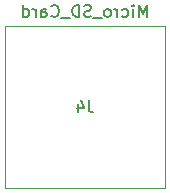
<source format=gbr>
%TF.GenerationSoftware,KiCad,Pcbnew,(5.1.6)-1*%
%TF.CreationDate,2020-12-01T11:19:40+01:00*%
%TF.ProjectId,LoRa_Dongle,4c6f5261-5f44-46f6-9e67-6c652e6b6963,rev?*%
%TF.SameCoordinates,Original*%
%TF.FileFunction,Other,Fab,Bot*%
%FSLAX46Y46*%
G04 Gerber Fmt 4.6, Leading zero omitted, Abs format (unit mm)*
G04 Created by KiCad (PCBNEW (5.1.6)-1) date 2020-12-01 11:19:40*
%MOMM*%
%LPD*%
G01*
G04 APERTURE LIST*
%ADD10C,0.100000*%
%ADD11C,0.150000*%
G04 APERTURE END LIST*
D10*
%TO.C,J4*%
X55709400Y58596800D02*
X69309400Y58596800D01*
X55709400Y44896800D02*
X55709400Y58596800D01*
X69309400Y44896800D02*
X55709400Y44896800D01*
X69309400Y58596800D02*
X69309400Y44896800D01*
%TD*%
%TO.C,J4*%
D11*
X67723685Y59364419D02*
X67723685Y60364419D01*
X67390352Y59650133D01*
X67057019Y60364419D01*
X67057019Y59364419D01*
X66580828Y59364419D02*
X66580828Y60031085D01*
X66580828Y60364419D02*
X66628447Y60316800D01*
X66580828Y60269180D01*
X66533209Y60316800D01*
X66580828Y60364419D01*
X66580828Y60269180D01*
X65676066Y59412038D02*
X65771304Y59364419D01*
X65961780Y59364419D01*
X66057019Y59412038D01*
X66104638Y59459657D01*
X66152257Y59554895D01*
X66152257Y59840609D01*
X66104638Y59935847D01*
X66057019Y59983466D01*
X65961780Y60031085D01*
X65771304Y60031085D01*
X65676066Y59983466D01*
X65247495Y59364419D02*
X65247495Y60031085D01*
X65247495Y59840609D02*
X65199876Y59935847D01*
X65152257Y59983466D01*
X65057019Y60031085D01*
X64961780Y60031085D01*
X64485590Y59364419D02*
X64580828Y59412038D01*
X64628447Y59459657D01*
X64676066Y59554895D01*
X64676066Y59840609D01*
X64628447Y59935847D01*
X64580828Y59983466D01*
X64485590Y60031085D01*
X64342733Y60031085D01*
X64247495Y59983466D01*
X64199876Y59935847D01*
X64152257Y59840609D01*
X64152257Y59554895D01*
X64199876Y59459657D01*
X64247495Y59412038D01*
X64342733Y59364419D01*
X64485590Y59364419D01*
X63961780Y59269180D02*
X63199876Y59269180D01*
X63009400Y59412038D02*
X62866542Y59364419D01*
X62628447Y59364419D01*
X62533209Y59412038D01*
X62485590Y59459657D01*
X62437971Y59554895D01*
X62437971Y59650133D01*
X62485590Y59745371D01*
X62533209Y59792990D01*
X62628447Y59840609D01*
X62818923Y59888228D01*
X62914161Y59935847D01*
X62961780Y59983466D01*
X63009400Y60078704D01*
X63009400Y60173942D01*
X62961780Y60269180D01*
X62914161Y60316800D01*
X62818923Y60364419D01*
X62580828Y60364419D01*
X62437971Y60316800D01*
X62009400Y59364419D02*
X62009400Y60364419D01*
X61771304Y60364419D01*
X61628447Y60316800D01*
X61533209Y60221561D01*
X61485590Y60126323D01*
X61437971Y59935847D01*
X61437971Y59792990D01*
X61485590Y59602514D01*
X61533209Y59507276D01*
X61628447Y59412038D01*
X61771304Y59364419D01*
X62009400Y59364419D01*
X61247495Y59269180D02*
X60485590Y59269180D01*
X59676066Y59459657D02*
X59723685Y59412038D01*
X59866542Y59364419D01*
X59961780Y59364419D01*
X60104638Y59412038D01*
X60199876Y59507276D01*
X60247495Y59602514D01*
X60295114Y59792990D01*
X60295114Y59935847D01*
X60247495Y60126323D01*
X60199876Y60221561D01*
X60104638Y60316800D01*
X59961780Y60364419D01*
X59866542Y60364419D01*
X59723685Y60316800D01*
X59676066Y60269180D01*
X58818923Y59364419D02*
X58818923Y59888228D01*
X58866542Y59983466D01*
X58961780Y60031085D01*
X59152257Y60031085D01*
X59247495Y59983466D01*
X58818923Y59412038D02*
X58914161Y59364419D01*
X59152257Y59364419D01*
X59247495Y59412038D01*
X59295114Y59507276D01*
X59295114Y59602514D01*
X59247495Y59697752D01*
X59152257Y59745371D01*
X58914161Y59745371D01*
X58818923Y59792990D01*
X58342733Y59364419D02*
X58342733Y60031085D01*
X58342733Y59840609D02*
X58295114Y59935847D01*
X58247495Y59983466D01*
X58152257Y60031085D01*
X58057019Y60031085D01*
X57295114Y59364419D02*
X57295114Y60364419D01*
X57295114Y59412038D02*
X57390352Y59364419D01*
X57580828Y59364419D01*
X57676066Y59412038D01*
X57723685Y59459657D01*
X57771304Y59554895D01*
X57771304Y59840609D01*
X57723685Y59935847D01*
X57676066Y59983466D01*
X57580828Y60031085D01*
X57390352Y60031085D01*
X57295114Y59983466D01*
X62842733Y52294419D02*
X62842733Y51580133D01*
X62890352Y51437276D01*
X62985590Y51342038D01*
X63128447Y51294419D01*
X63223685Y51294419D01*
X61937971Y51961085D02*
X61937971Y51294419D01*
X62176066Y52342038D02*
X62414161Y51627752D01*
X61795114Y51627752D01*
%TD*%
M02*

</source>
